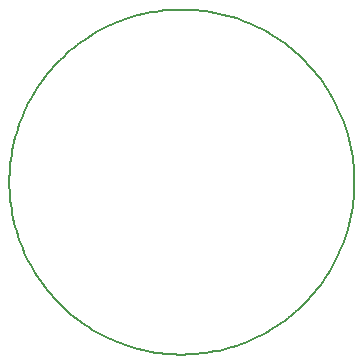
<source format=gbo>
G75*
%MOIN*%
%OFA0B0*%
%FSLAX24Y24*%
%IPPOS*%
%LPD*%
%AMOC8*
5,1,8,0,0,1.08239X$1,22.5*
%
%ADD10C,0.0050*%
D10*
X007875Y019863D02*
X007877Y020014D01*
X007883Y020165D01*
X007893Y020316D01*
X007907Y020467D01*
X007925Y020617D01*
X007946Y020766D01*
X007972Y020915D01*
X008002Y021063D01*
X008035Y021211D01*
X008073Y021357D01*
X008114Y021503D01*
X008159Y021647D01*
X008208Y021790D01*
X008260Y021932D01*
X008316Y022072D01*
X008376Y022211D01*
X008440Y022348D01*
X008507Y022484D01*
X008578Y022617D01*
X008652Y022749D01*
X008729Y022879D01*
X008810Y023006D01*
X008894Y023132D01*
X008982Y023255D01*
X009073Y023376D01*
X009167Y023494D01*
X009264Y023610D01*
X009364Y023724D01*
X009467Y023834D01*
X009573Y023942D01*
X009681Y024047D01*
X009793Y024150D01*
X009907Y024249D01*
X010023Y024345D01*
X010142Y024438D01*
X010264Y024528D01*
X010387Y024615D01*
X010513Y024698D01*
X010642Y024778D01*
X010772Y024855D01*
X010904Y024928D01*
X011038Y024998D01*
X011174Y025064D01*
X011312Y025127D01*
X011451Y025186D01*
X011591Y025241D01*
X011734Y025293D01*
X011877Y025341D01*
X012022Y025385D01*
X012167Y025425D01*
X012314Y025462D01*
X012462Y025494D01*
X012610Y025523D01*
X012759Y025547D01*
X012909Y025568D01*
X013059Y025585D01*
X013210Y025598D01*
X013361Y025607D01*
X013512Y025612D01*
X013663Y025613D01*
X013814Y025610D01*
X013965Y025603D01*
X014116Y025592D01*
X014266Y025577D01*
X014416Y025558D01*
X014566Y025536D01*
X014714Y025509D01*
X014862Y025478D01*
X015010Y025444D01*
X015156Y025405D01*
X015301Y025363D01*
X015445Y025317D01*
X015588Y025268D01*
X015729Y025214D01*
X015869Y025157D01*
X016007Y025096D01*
X016144Y025032D01*
X016279Y024964D01*
X016412Y024892D01*
X016544Y024817D01*
X016673Y024739D01*
X016800Y024657D01*
X016925Y024572D01*
X017047Y024484D01*
X017168Y024392D01*
X017286Y024297D01*
X017401Y024200D01*
X017514Y024099D01*
X017624Y023995D01*
X017731Y023889D01*
X017835Y023779D01*
X017937Y023667D01*
X018035Y023553D01*
X018131Y023435D01*
X018223Y023316D01*
X018312Y023194D01*
X018398Y023069D01*
X018481Y022943D01*
X018560Y022814D01*
X018636Y022683D01*
X018708Y022551D01*
X018777Y022416D01*
X018842Y022280D01*
X018904Y022142D01*
X018962Y022002D01*
X019017Y021861D01*
X019067Y021719D01*
X019114Y021575D01*
X019157Y021430D01*
X019197Y021284D01*
X019232Y021137D01*
X019264Y020989D01*
X019291Y020841D01*
X019315Y020692D01*
X019335Y020542D01*
X019351Y020391D01*
X019363Y020241D01*
X019371Y020090D01*
X019375Y019939D01*
X019375Y019787D01*
X019371Y019636D01*
X019363Y019485D01*
X019351Y019335D01*
X019335Y019184D01*
X019315Y019034D01*
X019291Y018885D01*
X019264Y018737D01*
X019232Y018589D01*
X019197Y018442D01*
X019157Y018296D01*
X019114Y018151D01*
X019067Y018007D01*
X019017Y017865D01*
X018962Y017724D01*
X018904Y017584D01*
X018842Y017446D01*
X018777Y017310D01*
X018708Y017175D01*
X018636Y017043D01*
X018560Y016912D01*
X018481Y016783D01*
X018398Y016657D01*
X018312Y016532D01*
X018223Y016410D01*
X018131Y016291D01*
X018035Y016173D01*
X017937Y016059D01*
X017835Y015947D01*
X017731Y015837D01*
X017624Y015731D01*
X017514Y015627D01*
X017401Y015526D01*
X017286Y015429D01*
X017168Y015334D01*
X017047Y015242D01*
X016925Y015154D01*
X016800Y015069D01*
X016673Y014987D01*
X016544Y014909D01*
X016412Y014834D01*
X016279Y014762D01*
X016144Y014694D01*
X016007Y014630D01*
X015869Y014569D01*
X015729Y014512D01*
X015588Y014458D01*
X015445Y014409D01*
X015301Y014363D01*
X015156Y014321D01*
X015010Y014282D01*
X014862Y014248D01*
X014714Y014217D01*
X014566Y014190D01*
X014416Y014168D01*
X014266Y014149D01*
X014116Y014134D01*
X013965Y014123D01*
X013814Y014116D01*
X013663Y014113D01*
X013512Y014114D01*
X013361Y014119D01*
X013210Y014128D01*
X013059Y014141D01*
X012909Y014158D01*
X012759Y014179D01*
X012610Y014203D01*
X012462Y014232D01*
X012314Y014264D01*
X012167Y014301D01*
X012022Y014341D01*
X011877Y014385D01*
X011734Y014433D01*
X011591Y014485D01*
X011451Y014540D01*
X011312Y014599D01*
X011174Y014662D01*
X011038Y014728D01*
X010904Y014798D01*
X010772Y014871D01*
X010642Y014948D01*
X010513Y015028D01*
X010387Y015111D01*
X010264Y015198D01*
X010142Y015288D01*
X010023Y015381D01*
X009907Y015477D01*
X009793Y015576D01*
X009681Y015679D01*
X009573Y015784D01*
X009467Y015892D01*
X009364Y016002D01*
X009264Y016116D01*
X009167Y016232D01*
X009073Y016350D01*
X008982Y016471D01*
X008894Y016594D01*
X008810Y016720D01*
X008729Y016847D01*
X008652Y016977D01*
X008578Y017109D01*
X008507Y017242D01*
X008440Y017378D01*
X008376Y017515D01*
X008316Y017654D01*
X008260Y017794D01*
X008208Y017936D01*
X008159Y018079D01*
X008114Y018223D01*
X008073Y018369D01*
X008035Y018515D01*
X008002Y018663D01*
X007972Y018811D01*
X007946Y018960D01*
X007925Y019109D01*
X007907Y019259D01*
X007893Y019410D01*
X007883Y019561D01*
X007877Y019712D01*
X007875Y019863D01*
M02*

</source>
